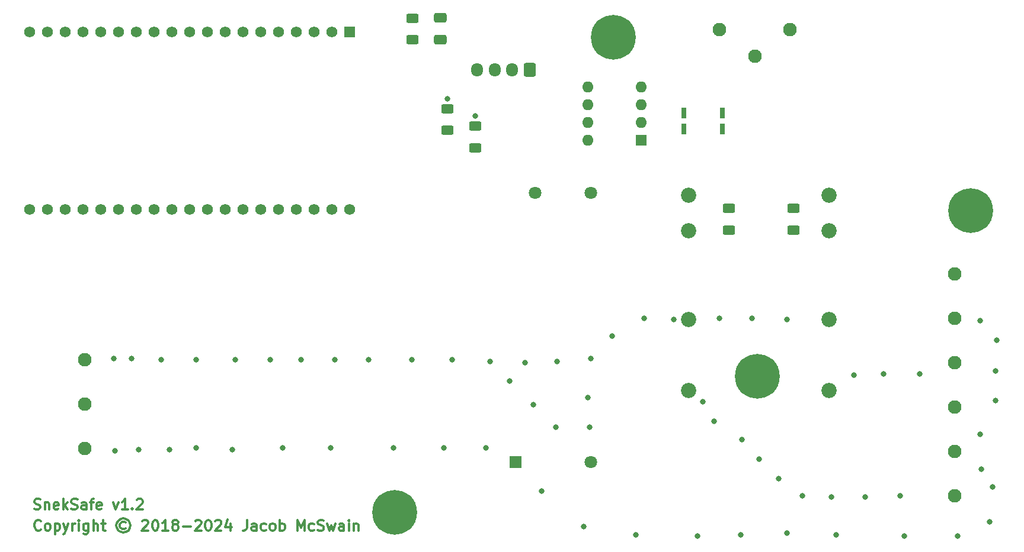
<source format=gts>
G04 #@! TF.GenerationSoftware,KiCad,Pcbnew,8.0.1*
G04 #@! TF.CreationDate,2024-04-01T00:43:30-05:00*
G04 #@! TF.ProjectId,sneksafe,736e656b-7361-4666-952e-6b696361645f,rev?*
G04 #@! TF.SameCoordinates,Original*
G04 #@! TF.FileFunction,Soldermask,Top*
G04 #@! TF.FilePolarity,Negative*
%FSLAX46Y46*%
G04 Gerber Fmt 4.6, Leading zero omitted, Abs format (unit mm)*
G04 Created by KiCad (PCBNEW 8.0.1) date 2024-04-01 00:43:30*
%MOMM*%
%LPD*%
G01*
G04 APERTURE LIST*
G04 Aperture macros list*
%AMRoundRect*
0 Rectangle with rounded corners*
0 $1 Rounding radius*
0 $2 $3 $4 $5 $6 $7 $8 $9 X,Y pos of 4 corners*
0 Add a 4 corners polygon primitive as box body*
4,1,4,$2,$3,$4,$5,$6,$7,$8,$9,$2,$3,0*
0 Add four circle primitives for the rounded corners*
1,1,$1+$1,$2,$3*
1,1,$1+$1,$4,$5*
1,1,$1+$1,$6,$7*
1,1,$1+$1,$8,$9*
0 Add four rect primitives between the rounded corners*
20,1,$1+$1,$2,$3,$4,$5,0*
20,1,$1+$1,$4,$5,$6,$7,0*
20,1,$1+$1,$6,$7,$8,$9,0*
20,1,$1+$1,$8,$9,$2,$3,0*%
G04 Aperture macros list end*
%ADD10C,0.300000*%
%ADD11RoundRect,0.250000X0.625000X-0.400000X0.625000X0.400000X-0.625000X0.400000X-0.625000X-0.400000X0*%
%ADD12R,1.560000X1.560000*%
%ADD13C,1.560000*%
%ADD14RoundRect,0.250000X-0.625000X0.400000X-0.625000X-0.400000X0.625000X-0.400000X0.625000X0.400000X0*%
%ADD15C,0.800000*%
%ADD16C,6.400000*%
%ADD17C,1.950000*%
%ADD18R,1.600000X1.600000*%
%ADD19O,1.600000X1.600000*%
%ADD20R,1.800000X1.800000*%
%ADD21C,1.800000*%
%ADD22R,0.700000X1.600000*%
%ADD23RoundRect,0.250000X0.600000X0.725000X-0.600000X0.725000X-0.600000X-0.725000X0.600000X-0.725000X0*%
%ADD24O,1.700000X1.950000*%
%ADD25C,2.175000*%
%ADD26RoundRect,0.250000X-0.650000X0.412500X-0.650000X-0.412500X0.650000X-0.412500X0.650000X0.412500X0*%
G04 APERTURE END LIST*
D10*
X84411653Y-141657971D02*
X84340225Y-141729400D01*
X84340225Y-141729400D02*
X84125939Y-141800828D01*
X84125939Y-141800828D02*
X83983082Y-141800828D01*
X83983082Y-141800828D02*
X83768796Y-141729400D01*
X83768796Y-141729400D02*
X83625939Y-141586542D01*
X83625939Y-141586542D02*
X83554510Y-141443685D01*
X83554510Y-141443685D02*
X83483082Y-141157971D01*
X83483082Y-141157971D02*
X83483082Y-140943685D01*
X83483082Y-140943685D02*
X83554510Y-140657971D01*
X83554510Y-140657971D02*
X83625939Y-140515114D01*
X83625939Y-140515114D02*
X83768796Y-140372257D01*
X83768796Y-140372257D02*
X83983082Y-140300828D01*
X83983082Y-140300828D02*
X84125939Y-140300828D01*
X84125939Y-140300828D02*
X84340225Y-140372257D01*
X84340225Y-140372257D02*
X84411653Y-140443685D01*
X85268796Y-141800828D02*
X85125939Y-141729400D01*
X85125939Y-141729400D02*
X85054510Y-141657971D01*
X85054510Y-141657971D02*
X84983082Y-141515114D01*
X84983082Y-141515114D02*
X84983082Y-141086542D01*
X84983082Y-141086542D02*
X85054510Y-140943685D01*
X85054510Y-140943685D02*
X85125939Y-140872257D01*
X85125939Y-140872257D02*
X85268796Y-140800828D01*
X85268796Y-140800828D02*
X85483082Y-140800828D01*
X85483082Y-140800828D02*
X85625939Y-140872257D01*
X85625939Y-140872257D02*
X85697368Y-140943685D01*
X85697368Y-140943685D02*
X85768796Y-141086542D01*
X85768796Y-141086542D02*
X85768796Y-141515114D01*
X85768796Y-141515114D02*
X85697368Y-141657971D01*
X85697368Y-141657971D02*
X85625939Y-141729400D01*
X85625939Y-141729400D02*
X85483082Y-141800828D01*
X85483082Y-141800828D02*
X85268796Y-141800828D01*
X86411653Y-140800828D02*
X86411653Y-142300828D01*
X86411653Y-140872257D02*
X86554511Y-140800828D01*
X86554511Y-140800828D02*
X86840225Y-140800828D01*
X86840225Y-140800828D02*
X86983082Y-140872257D01*
X86983082Y-140872257D02*
X87054511Y-140943685D01*
X87054511Y-140943685D02*
X87125939Y-141086542D01*
X87125939Y-141086542D02*
X87125939Y-141515114D01*
X87125939Y-141515114D02*
X87054511Y-141657971D01*
X87054511Y-141657971D02*
X86983082Y-141729400D01*
X86983082Y-141729400D02*
X86840225Y-141800828D01*
X86840225Y-141800828D02*
X86554511Y-141800828D01*
X86554511Y-141800828D02*
X86411653Y-141729400D01*
X87625939Y-140800828D02*
X87983082Y-141800828D01*
X88340225Y-140800828D02*
X87983082Y-141800828D01*
X87983082Y-141800828D02*
X87840225Y-142157971D01*
X87840225Y-142157971D02*
X87768796Y-142229400D01*
X87768796Y-142229400D02*
X87625939Y-142300828D01*
X88911653Y-141800828D02*
X88911653Y-140800828D01*
X88911653Y-141086542D02*
X88983082Y-140943685D01*
X88983082Y-140943685D02*
X89054511Y-140872257D01*
X89054511Y-140872257D02*
X89197368Y-140800828D01*
X89197368Y-140800828D02*
X89340225Y-140800828D01*
X89840224Y-141800828D02*
X89840224Y-140800828D01*
X89840224Y-140300828D02*
X89768796Y-140372257D01*
X89768796Y-140372257D02*
X89840224Y-140443685D01*
X89840224Y-140443685D02*
X89911653Y-140372257D01*
X89911653Y-140372257D02*
X89840224Y-140300828D01*
X89840224Y-140300828D02*
X89840224Y-140443685D01*
X91197368Y-140800828D02*
X91197368Y-142015114D01*
X91197368Y-142015114D02*
X91125939Y-142157971D01*
X91125939Y-142157971D02*
X91054510Y-142229400D01*
X91054510Y-142229400D02*
X90911653Y-142300828D01*
X90911653Y-142300828D02*
X90697368Y-142300828D01*
X90697368Y-142300828D02*
X90554510Y-142229400D01*
X91197368Y-141729400D02*
X91054510Y-141800828D01*
X91054510Y-141800828D02*
X90768796Y-141800828D01*
X90768796Y-141800828D02*
X90625939Y-141729400D01*
X90625939Y-141729400D02*
X90554510Y-141657971D01*
X90554510Y-141657971D02*
X90483082Y-141515114D01*
X90483082Y-141515114D02*
X90483082Y-141086542D01*
X90483082Y-141086542D02*
X90554510Y-140943685D01*
X90554510Y-140943685D02*
X90625939Y-140872257D01*
X90625939Y-140872257D02*
X90768796Y-140800828D01*
X90768796Y-140800828D02*
X91054510Y-140800828D01*
X91054510Y-140800828D02*
X91197368Y-140872257D01*
X91911653Y-141800828D02*
X91911653Y-140300828D01*
X92554511Y-141800828D02*
X92554511Y-141015114D01*
X92554511Y-141015114D02*
X92483082Y-140872257D01*
X92483082Y-140872257D02*
X92340225Y-140800828D01*
X92340225Y-140800828D02*
X92125939Y-140800828D01*
X92125939Y-140800828D02*
X91983082Y-140872257D01*
X91983082Y-140872257D02*
X91911653Y-140943685D01*
X93054511Y-140800828D02*
X93625939Y-140800828D01*
X93268796Y-140300828D02*
X93268796Y-141586542D01*
X93268796Y-141586542D02*
X93340225Y-141729400D01*
X93340225Y-141729400D02*
X93483082Y-141800828D01*
X93483082Y-141800828D02*
X93625939Y-141800828D01*
X96483082Y-140657971D02*
X96340225Y-140586542D01*
X96340225Y-140586542D02*
X96054511Y-140586542D01*
X96054511Y-140586542D02*
X95911654Y-140657971D01*
X95911654Y-140657971D02*
X95768796Y-140800828D01*
X95768796Y-140800828D02*
X95697368Y-140943685D01*
X95697368Y-140943685D02*
X95697368Y-141229400D01*
X95697368Y-141229400D02*
X95768796Y-141372257D01*
X95768796Y-141372257D02*
X95911654Y-141515114D01*
X95911654Y-141515114D02*
X96054511Y-141586542D01*
X96054511Y-141586542D02*
X96340225Y-141586542D01*
X96340225Y-141586542D02*
X96483082Y-141515114D01*
X96197368Y-140086542D02*
X95840225Y-140157971D01*
X95840225Y-140157971D02*
X95483082Y-140372257D01*
X95483082Y-140372257D02*
X95268796Y-140729400D01*
X95268796Y-140729400D02*
X95197368Y-141086542D01*
X95197368Y-141086542D02*
X95268796Y-141443685D01*
X95268796Y-141443685D02*
X95483082Y-141800828D01*
X95483082Y-141800828D02*
X95840225Y-142015114D01*
X95840225Y-142015114D02*
X96197368Y-142086542D01*
X96197368Y-142086542D02*
X96554511Y-142015114D01*
X96554511Y-142015114D02*
X96911654Y-141800828D01*
X96911654Y-141800828D02*
X97125939Y-141443685D01*
X97125939Y-141443685D02*
X97197368Y-141086542D01*
X97197368Y-141086542D02*
X97125939Y-140729400D01*
X97125939Y-140729400D02*
X96911654Y-140372257D01*
X96911654Y-140372257D02*
X96554511Y-140157971D01*
X96554511Y-140157971D02*
X96197368Y-140086542D01*
X98911654Y-140443685D02*
X98983082Y-140372257D01*
X98983082Y-140372257D02*
X99125940Y-140300828D01*
X99125940Y-140300828D02*
X99483082Y-140300828D01*
X99483082Y-140300828D02*
X99625940Y-140372257D01*
X99625940Y-140372257D02*
X99697368Y-140443685D01*
X99697368Y-140443685D02*
X99768797Y-140586542D01*
X99768797Y-140586542D02*
X99768797Y-140729400D01*
X99768797Y-140729400D02*
X99697368Y-140943685D01*
X99697368Y-140943685D02*
X98840225Y-141800828D01*
X98840225Y-141800828D02*
X99768797Y-141800828D01*
X100697368Y-140300828D02*
X100840225Y-140300828D01*
X100840225Y-140300828D02*
X100983082Y-140372257D01*
X100983082Y-140372257D02*
X101054511Y-140443685D01*
X101054511Y-140443685D02*
X101125939Y-140586542D01*
X101125939Y-140586542D02*
X101197368Y-140872257D01*
X101197368Y-140872257D02*
X101197368Y-141229400D01*
X101197368Y-141229400D02*
X101125939Y-141515114D01*
X101125939Y-141515114D02*
X101054511Y-141657971D01*
X101054511Y-141657971D02*
X100983082Y-141729400D01*
X100983082Y-141729400D02*
X100840225Y-141800828D01*
X100840225Y-141800828D02*
X100697368Y-141800828D01*
X100697368Y-141800828D02*
X100554511Y-141729400D01*
X100554511Y-141729400D02*
X100483082Y-141657971D01*
X100483082Y-141657971D02*
X100411653Y-141515114D01*
X100411653Y-141515114D02*
X100340225Y-141229400D01*
X100340225Y-141229400D02*
X100340225Y-140872257D01*
X100340225Y-140872257D02*
X100411653Y-140586542D01*
X100411653Y-140586542D02*
X100483082Y-140443685D01*
X100483082Y-140443685D02*
X100554511Y-140372257D01*
X100554511Y-140372257D02*
X100697368Y-140300828D01*
X102625939Y-141800828D02*
X101768796Y-141800828D01*
X102197367Y-141800828D02*
X102197367Y-140300828D01*
X102197367Y-140300828D02*
X102054510Y-140515114D01*
X102054510Y-140515114D02*
X101911653Y-140657971D01*
X101911653Y-140657971D02*
X101768796Y-140729400D01*
X103483081Y-140943685D02*
X103340224Y-140872257D01*
X103340224Y-140872257D02*
X103268795Y-140800828D01*
X103268795Y-140800828D02*
X103197367Y-140657971D01*
X103197367Y-140657971D02*
X103197367Y-140586542D01*
X103197367Y-140586542D02*
X103268795Y-140443685D01*
X103268795Y-140443685D02*
X103340224Y-140372257D01*
X103340224Y-140372257D02*
X103483081Y-140300828D01*
X103483081Y-140300828D02*
X103768795Y-140300828D01*
X103768795Y-140300828D02*
X103911653Y-140372257D01*
X103911653Y-140372257D02*
X103983081Y-140443685D01*
X103983081Y-140443685D02*
X104054510Y-140586542D01*
X104054510Y-140586542D02*
X104054510Y-140657971D01*
X104054510Y-140657971D02*
X103983081Y-140800828D01*
X103983081Y-140800828D02*
X103911653Y-140872257D01*
X103911653Y-140872257D02*
X103768795Y-140943685D01*
X103768795Y-140943685D02*
X103483081Y-140943685D01*
X103483081Y-140943685D02*
X103340224Y-141015114D01*
X103340224Y-141015114D02*
X103268795Y-141086542D01*
X103268795Y-141086542D02*
X103197367Y-141229400D01*
X103197367Y-141229400D02*
X103197367Y-141515114D01*
X103197367Y-141515114D02*
X103268795Y-141657971D01*
X103268795Y-141657971D02*
X103340224Y-141729400D01*
X103340224Y-141729400D02*
X103483081Y-141800828D01*
X103483081Y-141800828D02*
X103768795Y-141800828D01*
X103768795Y-141800828D02*
X103911653Y-141729400D01*
X103911653Y-141729400D02*
X103983081Y-141657971D01*
X103983081Y-141657971D02*
X104054510Y-141515114D01*
X104054510Y-141515114D02*
X104054510Y-141229400D01*
X104054510Y-141229400D02*
X103983081Y-141086542D01*
X103983081Y-141086542D02*
X103911653Y-141015114D01*
X103911653Y-141015114D02*
X103768795Y-140943685D01*
X104697366Y-141229400D02*
X105840224Y-141229400D01*
X106483081Y-140443685D02*
X106554509Y-140372257D01*
X106554509Y-140372257D02*
X106697367Y-140300828D01*
X106697367Y-140300828D02*
X107054509Y-140300828D01*
X107054509Y-140300828D02*
X107197367Y-140372257D01*
X107197367Y-140372257D02*
X107268795Y-140443685D01*
X107268795Y-140443685D02*
X107340224Y-140586542D01*
X107340224Y-140586542D02*
X107340224Y-140729400D01*
X107340224Y-140729400D02*
X107268795Y-140943685D01*
X107268795Y-140943685D02*
X106411652Y-141800828D01*
X106411652Y-141800828D02*
X107340224Y-141800828D01*
X108268795Y-140300828D02*
X108411652Y-140300828D01*
X108411652Y-140300828D02*
X108554509Y-140372257D01*
X108554509Y-140372257D02*
X108625938Y-140443685D01*
X108625938Y-140443685D02*
X108697366Y-140586542D01*
X108697366Y-140586542D02*
X108768795Y-140872257D01*
X108768795Y-140872257D02*
X108768795Y-141229400D01*
X108768795Y-141229400D02*
X108697366Y-141515114D01*
X108697366Y-141515114D02*
X108625938Y-141657971D01*
X108625938Y-141657971D02*
X108554509Y-141729400D01*
X108554509Y-141729400D02*
X108411652Y-141800828D01*
X108411652Y-141800828D02*
X108268795Y-141800828D01*
X108268795Y-141800828D02*
X108125938Y-141729400D01*
X108125938Y-141729400D02*
X108054509Y-141657971D01*
X108054509Y-141657971D02*
X107983080Y-141515114D01*
X107983080Y-141515114D02*
X107911652Y-141229400D01*
X107911652Y-141229400D02*
X107911652Y-140872257D01*
X107911652Y-140872257D02*
X107983080Y-140586542D01*
X107983080Y-140586542D02*
X108054509Y-140443685D01*
X108054509Y-140443685D02*
X108125938Y-140372257D01*
X108125938Y-140372257D02*
X108268795Y-140300828D01*
X109340223Y-140443685D02*
X109411651Y-140372257D01*
X109411651Y-140372257D02*
X109554509Y-140300828D01*
X109554509Y-140300828D02*
X109911651Y-140300828D01*
X109911651Y-140300828D02*
X110054509Y-140372257D01*
X110054509Y-140372257D02*
X110125937Y-140443685D01*
X110125937Y-140443685D02*
X110197366Y-140586542D01*
X110197366Y-140586542D02*
X110197366Y-140729400D01*
X110197366Y-140729400D02*
X110125937Y-140943685D01*
X110125937Y-140943685D02*
X109268794Y-141800828D01*
X109268794Y-141800828D02*
X110197366Y-141800828D01*
X111483080Y-140800828D02*
X111483080Y-141800828D01*
X111125937Y-140229400D02*
X110768794Y-141300828D01*
X110768794Y-141300828D02*
X111697365Y-141300828D01*
X113840222Y-140300828D02*
X113840222Y-141372257D01*
X113840222Y-141372257D02*
X113768793Y-141586542D01*
X113768793Y-141586542D02*
X113625936Y-141729400D01*
X113625936Y-141729400D02*
X113411650Y-141800828D01*
X113411650Y-141800828D02*
X113268793Y-141800828D01*
X115197365Y-141800828D02*
X115197365Y-141015114D01*
X115197365Y-141015114D02*
X115125936Y-140872257D01*
X115125936Y-140872257D02*
X114983079Y-140800828D01*
X114983079Y-140800828D02*
X114697365Y-140800828D01*
X114697365Y-140800828D02*
X114554507Y-140872257D01*
X115197365Y-141729400D02*
X115054507Y-141800828D01*
X115054507Y-141800828D02*
X114697365Y-141800828D01*
X114697365Y-141800828D02*
X114554507Y-141729400D01*
X114554507Y-141729400D02*
X114483079Y-141586542D01*
X114483079Y-141586542D02*
X114483079Y-141443685D01*
X114483079Y-141443685D02*
X114554507Y-141300828D01*
X114554507Y-141300828D02*
X114697365Y-141229400D01*
X114697365Y-141229400D02*
X115054507Y-141229400D01*
X115054507Y-141229400D02*
X115197365Y-141157971D01*
X116554508Y-141729400D02*
X116411650Y-141800828D01*
X116411650Y-141800828D02*
X116125936Y-141800828D01*
X116125936Y-141800828D02*
X115983079Y-141729400D01*
X115983079Y-141729400D02*
X115911650Y-141657971D01*
X115911650Y-141657971D02*
X115840222Y-141515114D01*
X115840222Y-141515114D02*
X115840222Y-141086542D01*
X115840222Y-141086542D02*
X115911650Y-140943685D01*
X115911650Y-140943685D02*
X115983079Y-140872257D01*
X115983079Y-140872257D02*
X116125936Y-140800828D01*
X116125936Y-140800828D02*
X116411650Y-140800828D01*
X116411650Y-140800828D02*
X116554508Y-140872257D01*
X117411650Y-141800828D02*
X117268793Y-141729400D01*
X117268793Y-141729400D02*
X117197364Y-141657971D01*
X117197364Y-141657971D02*
X117125936Y-141515114D01*
X117125936Y-141515114D02*
X117125936Y-141086542D01*
X117125936Y-141086542D02*
X117197364Y-140943685D01*
X117197364Y-140943685D02*
X117268793Y-140872257D01*
X117268793Y-140872257D02*
X117411650Y-140800828D01*
X117411650Y-140800828D02*
X117625936Y-140800828D01*
X117625936Y-140800828D02*
X117768793Y-140872257D01*
X117768793Y-140872257D02*
X117840222Y-140943685D01*
X117840222Y-140943685D02*
X117911650Y-141086542D01*
X117911650Y-141086542D02*
X117911650Y-141515114D01*
X117911650Y-141515114D02*
X117840222Y-141657971D01*
X117840222Y-141657971D02*
X117768793Y-141729400D01*
X117768793Y-141729400D02*
X117625936Y-141800828D01*
X117625936Y-141800828D02*
X117411650Y-141800828D01*
X118554507Y-141800828D02*
X118554507Y-140300828D01*
X118554507Y-140872257D02*
X118697365Y-140800828D01*
X118697365Y-140800828D02*
X118983079Y-140800828D01*
X118983079Y-140800828D02*
X119125936Y-140872257D01*
X119125936Y-140872257D02*
X119197365Y-140943685D01*
X119197365Y-140943685D02*
X119268793Y-141086542D01*
X119268793Y-141086542D02*
X119268793Y-141515114D01*
X119268793Y-141515114D02*
X119197365Y-141657971D01*
X119197365Y-141657971D02*
X119125936Y-141729400D01*
X119125936Y-141729400D02*
X118983079Y-141800828D01*
X118983079Y-141800828D02*
X118697365Y-141800828D01*
X118697365Y-141800828D02*
X118554507Y-141729400D01*
X121054507Y-141800828D02*
X121054507Y-140300828D01*
X121054507Y-140300828D02*
X121554507Y-141372257D01*
X121554507Y-141372257D02*
X122054507Y-140300828D01*
X122054507Y-140300828D02*
X122054507Y-141800828D01*
X123411651Y-141729400D02*
X123268793Y-141800828D01*
X123268793Y-141800828D02*
X122983079Y-141800828D01*
X122983079Y-141800828D02*
X122840222Y-141729400D01*
X122840222Y-141729400D02*
X122768793Y-141657971D01*
X122768793Y-141657971D02*
X122697365Y-141515114D01*
X122697365Y-141515114D02*
X122697365Y-141086542D01*
X122697365Y-141086542D02*
X122768793Y-140943685D01*
X122768793Y-140943685D02*
X122840222Y-140872257D01*
X122840222Y-140872257D02*
X122983079Y-140800828D01*
X122983079Y-140800828D02*
X123268793Y-140800828D01*
X123268793Y-140800828D02*
X123411651Y-140872257D01*
X123983079Y-141729400D02*
X124197365Y-141800828D01*
X124197365Y-141800828D02*
X124554507Y-141800828D01*
X124554507Y-141800828D02*
X124697365Y-141729400D01*
X124697365Y-141729400D02*
X124768793Y-141657971D01*
X124768793Y-141657971D02*
X124840222Y-141515114D01*
X124840222Y-141515114D02*
X124840222Y-141372257D01*
X124840222Y-141372257D02*
X124768793Y-141229400D01*
X124768793Y-141229400D02*
X124697365Y-141157971D01*
X124697365Y-141157971D02*
X124554507Y-141086542D01*
X124554507Y-141086542D02*
X124268793Y-141015114D01*
X124268793Y-141015114D02*
X124125936Y-140943685D01*
X124125936Y-140943685D02*
X124054507Y-140872257D01*
X124054507Y-140872257D02*
X123983079Y-140729400D01*
X123983079Y-140729400D02*
X123983079Y-140586542D01*
X123983079Y-140586542D02*
X124054507Y-140443685D01*
X124054507Y-140443685D02*
X124125936Y-140372257D01*
X124125936Y-140372257D02*
X124268793Y-140300828D01*
X124268793Y-140300828D02*
X124625936Y-140300828D01*
X124625936Y-140300828D02*
X124840222Y-140372257D01*
X125340221Y-140800828D02*
X125625936Y-141800828D01*
X125625936Y-141800828D02*
X125911650Y-141086542D01*
X125911650Y-141086542D02*
X126197364Y-141800828D01*
X126197364Y-141800828D02*
X126483078Y-140800828D01*
X127697365Y-141800828D02*
X127697365Y-141015114D01*
X127697365Y-141015114D02*
X127625936Y-140872257D01*
X127625936Y-140872257D02*
X127483079Y-140800828D01*
X127483079Y-140800828D02*
X127197365Y-140800828D01*
X127197365Y-140800828D02*
X127054507Y-140872257D01*
X127697365Y-141729400D02*
X127554507Y-141800828D01*
X127554507Y-141800828D02*
X127197365Y-141800828D01*
X127197365Y-141800828D02*
X127054507Y-141729400D01*
X127054507Y-141729400D02*
X126983079Y-141586542D01*
X126983079Y-141586542D02*
X126983079Y-141443685D01*
X126983079Y-141443685D02*
X127054507Y-141300828D01*
X127054507Y-141300828D02*
X127197365Y-141229400D01*
X127197365Y-141229400D02*
X127554507Y-141229400D01*
X127554507Y-141229400D02*
X127697365Y-141157971D01*
X128411650Y-141800828D02*
X128411650Y-140800828D01*
X128411650Y-140300828D02*
X128340222Y-140372257D01*
X128340222Y-140372257D02*
X128411650Y-140443685D01*
X128411650Y-140443685D02*
X128483079Y-140372257D01*
X128483079Y-140372257D02*
X128411650Y-140300828D01*
X128411650Y-140300828D02*
X128411650Y-140443685D01*
X129125936Y-140800828D02*
X129125936Y-141800828D01*
X129125936Y-140943685D02*
X129197365Y-140872257D01*
X129197365Y-140872257D02*
X129340222Y-140800828D01*
X129340222Y-140800828D02*
X129554508Y-140800828D01*
X129554508Y-140800828D02*
X129697365Y-140872257D01*
X129697365Y-140872257D02*
X129768794Y-141015114D01*
X129768794Y-141015114D02*
X129768794Y-141800828D01*
X83483082Y-138729400D02*
X83697368Y-138800828D01*
X83697368Y-138800828D02*
X84054510Y-138800828D01*
X84054510Y-138800828D02*
X84197368Y-138729400D01*
X84197368Y-138729400D02*
X84268796Y-138657971D01*
X84268796Y-138657971D02*
X84340225Y-138515114D01*
X84340225Y-138515114D02*
X84340225Y-138372257D01*
X84340225Y-138372257D02*
X84268796Y-138229400D01*
X84268796Y-138229400D02*
X84197368Y-138157971D01*
X84197368Y-138157971D02*
X84054510Y-138086542D01*
X84054510Y-138086542D02*
X83768796Y-138015114D01*
X83768796Y-138015114D02*
X83625939Y-137943685D01*
X83625939Y-137943685D02*
X83554510Y-137872257D01*
X83554510Y-137872257D02*
X83483082Y-137729400D01*
X83483082Y-137729400D02*
X83483082Y-137586542D01*
X83483082Y-137586542D02*
X83554510Y-137443685D01*
X83554510Y-137443685D02*
X83625939Y-137372257D01*
X83625939Y-137372257D02*
X83768796Y-137300828D01*
X83768796Y-137300828D02*
X84125939Y-137300828D01*
X84125939Y-137300828D02*
X84340225Y-137372257D01*
X84983081Y-137800828D02*
X84983081Y-138800828D01*
X84983081Y-137943685D02*
X85054510Y-137872257D01*
X85054510Y-137872257D02*
X85197367Y-137800828D01*
X85197367Y-137800828D02*
X85411653Y-137800828D01*
X85411653Y-137800828D02*
X85554510Y-137872257D01*
X85554510Y-137872257D02*
X85625939Y-138015114D01*
X85625939Y-138015114D02*
X85625939Y-138800828D01*
X86911653Y-138729400D02*
X86768796Y-138800828D01*
X86768796Y-138800828D02*
X86483082Y-138800828D01*
X86483082Y-138800828D02*
X86340224Y-138729400D01*
X86340224Y-138729400D02*
X86268796Y-138586542D01*
X86268796Y-138586542D02*
X86268796Y-138015114D01*
X86268796Y-138015114D02*
X86340224Y-137872257D01*
X86340224Y-137872257D02*
X86483082Y-137800828D01*
X86483082Y-137800828D02*
X86768796Y-137800828D01*
X86768796Y-137800828D02*
X86911653Y-137872257D01*
X86911653Y-137872257D02*
X86983082Y-138015114D01*
X86983082Y-138015114D02*
X86983082Y-138157971D01*
X86983082Y-138157971D02*
X86268796Y-138300828D01*
X87625938Y-138800828D02*
X87625938Y-137300828D01*
X87768796Y-138229400D02*
X88197367Y-138800828D01*
X88197367Y-137800828D02*
X87625938Y-138372257D01*
X88768796Y-138729400D02*
X88983082Y-138800828D01*
X88983082Y-138800828D02*
X89340224Y-138800828D01*
X89340224Y-138800828D02*
X89483082Y-138729400D01*
X89483082Y-138729400D02*
X89554510Y-138657971D01*
X89554510Y-138657971D02*
X89625939Y-138515114D01*
X89625939Y-138515114D02*
X89625939Y-138372257D01*
X89625939Y-138372257D02*
X89554510Y-138229400D01*
X89554510Y-138229400D02*
X89483082Y-138157971D01*
X89483082Y-138157971D02*
X89340224Y-138086542D01*
X89340224Y-138086542D02*
X89054510Y-138015114D01*
X89054510Y-138015114D02*
X88911653Y-137943685D01*
X88911653Y-137943685D02*
X88840224Y-137872257D01*
X88840224Y-137872257D02*
X88768796Y-137729400D01*
X88768796Y-137729400D02*
X88768796Y-137586542D01*
X88768796Y-137586542D02*
X88840224Y-137443685D01*
X88840224Y-137443685D02*
X88911653Y-137372257D01*
X88911653Y-137372257D02*
X89054510Y-137300828D01*
X89054510Y-137300828D02*
X89411653Y-137300828D01*
X89411653Y-137300828D02*
X89625939Y-137372257D01*
X90911653Y-138800828D02*
X90911653Y-138015114D01*
X90911653Y-138015114D02*
X90840224Y-137872257D01*
X90840224Y-137872257D02*
X90697367Y-137800828D01*
X90697367Y-137800828D02*
X90411653Y-137800828D01*
X90411653Y-137800828D02*
X90268795Y-137872257D01*
X90911653Y-138729400D02*
X90768795Y-138800828D01*
X90768795Y-138800828D02*
X90411653Y-138800828D01*
X90411653Y-138800828D02*
X90268795Y-138729400D01*
X90268795Y-138729400D02*
X90197367Y-138586542D01*
X90197367Y-138586542D02*
X90197367Y-138443685D01*
X90197367Y-138443685D02*
X90268795Y-138300828D01*
X90268795Y-138300828D02*
X90411653Y-138229400D01*
X90411653Y-138229400D02*
X90768795Y-138229400D01*
X90768795Y-138229400D02*
X90911653Y-138157971D01*
X91411653Y-137800828D02*
X91983081Y-137800828D01*
X91625938Y-138800828D02*
X91625938Y-137515114D01*
X91625938Y-137515114D02*
X91697367Y-137372257D01*
X91697367Y-137372257D02*
X91840224Y-137300828D01*
X91840224Y-137300828D02*
X91983081Y-137300828D01*
X93054510Y-138729400D02*
X92911653Y-138800828D01*
X92911653Y-138800828D02*
X92625939Y-138800828D01*
X92625939Y-138800828D02*
X92483081Y-138729400D01*
X92483081Y-138729400D02*
X92411653Y-138586542D01*
X92411653Y-138586542D02*
X92411653Y-138015114D01*
X92411653Y-138015114D02*
X92483081Y-137872257D01*
X92483081Y-137872257D02*
X92625939Y-137800828D01*
X92625939Y-137800828D02*
X92911653Y-137800828D01*
X92911653Y-137800828D02*
X93054510Y-137872257D01*
X93054510Y-137872257D02*
X93125939Y-138015114D01*
X93125939Y-138015114D02*
X93125939Y-138157971D01*
X93125939Y-138157971D02*
X92411653Y-138300828D01*
X94768795Y-137800828D02*
X95125938Y-138800828D01*
X95125938Y-138800828D02*
X95483081Y-137800828D01*
X96840224Y-138800828D02*
X95983081Y-138800828D01*
X96411652Y-138800828D02*
X96411652Y-137300828D01*
X96411652Y-137300828D02*
X96268795Y-137515114D01*
X96268795Y-137515114D02*
X96125938Y-137657971D01*
X96125938Y-137657971D02*
X95983081Y-137729400D01*
X97483080Y-138657971D02*
X97554509Y-138729400D01*
X97554509Y-138729400D02*
X97483080Y-138800828D01*
X97483080Y-138800828D02*
X97411652Y-138729400D01*
X97411652Y-138729400D02*
X97483080Y-138657971D01*
X97483080Y-138657971D02*
X97483080Y-138800828D01*
X98125938Y-137443685D02*
X98197366Y-137372257D01*
X98197366Y-137372257D02*
X98340224Y-137300828D01*
X98340224Y-137300828D02*
X98697366Y-137300828D01*
X98697366Y-137300828D02*
X98840224Y-137372257D01*
X98840224Y-137372257D02*
X98911652Y-137443685D01*
X98911652Y-137443685D02*
X98983081Y-137586542D01*
X98983081Y-137586542D02*
X98983081Y-137729400D01*
X98983081Y-137729400D02*
X98911652Y-137943685D01*
X98911652Y-137943685D02*
X98054509Y-138800828D01*
X98054509Y-138800828D02*
X98983081Y-138800828D01*
D11*
X142500000Y-84550000D03*
X142500000Y-81450000D03*
X146500000Y-87050000D03*
X146500000Y-83950000D03*
D12*
X128560000Y-70500000D03*
D13*
X126020000Y-70500000D03*
X123480000Y-70500000D03*
X120940000Y-70500000D03*
X118400000Y-70500000D03*
X115860000Y-70500000D03*
X113320000Y-70500000D03*
X110780000Y-70500000D03*
X108240000Y-70500000D03*
X105700000Y-70500000D03*
X103160000Y-70500000D03*
X100620000Y-70500000D03*
X98080000Y-70500000D03*
X95540000Y-70500000D03*
X93000000Y-70500000D03*
X90460000Y-70500000D03*
X87920000Y-70500000D03*
X85380000Y-70500000D03*
X82840000Y-70500000D03*
X128560000Y-95900000D03*
X126020000Y-95900000D03*
X123480000Y-95900000D03*
X120940000Y-95900000D03*
X118400000Y-95900000D03*
X115860000Y-95900000D03*
X113320000Y-95900000D03*
X110780000Y-95900000D03*
X108240000Y-95900000D03*
X105700000Y-95900000D03*
X103160000Y-95900000D03*
X100620000Y-95900000D03*
X98080000Y-95900000D03*
X95540000Y-95900000D03*
X93000000Y-95900000D03*
X90460000Y-95900000D03*
X87920000Y-95900000D03*
X85380000Y-95900000D03*
X82840000Y-95900000D03*
D14*
X137500000Y-68480000D03*
X137500000Y-71580000D03*
X191938500Y-95700000D03*
X191938500Y-98800000D03*
D15*
X184350000Y-119750000D03*
X185052944Y-118052944D03*
X185052944Y-121447056D03*
X186750000Y-117350000D03*
D16*
X186750000Y-119750000D03*
D15*
X186750000Y-122150000D03*
X188447056Y-118052944D03*
X188447056Y-121447056D03*
X189150000Y-119750000D03*
X214850000Y-96000000D03*
X215552944Y-94302944D03*
X215552944Y-97697056D03*
X217250000Y-93600000D03*
D16*
X217250000Y-96000000D03*
D15*
X217250000Y-98400000D03*
X218947056Y-94302944D03*
X218947056Y-97697056D03*
X219650000Y-96000000D03*
X163800000Y-71200000D03*
X164502944Y-69502944D03*
X164502944Y-72897056D03*
X166200000Y-68800000D03*
D16*
X166200000Y-71200000D03*
D15*
X166200000Y-73600000D03*
X167897056Y-69502944D03*
X167897056Y-72897056D03*
X168600000Y-71200000D03*
D17*
X215000000Y-136850000D03*
X215000000Y-130500000D03*
X215000000Y-124150000D03*
X215000000Y-117800000D03*
X215000000Y-111450000D03*
X215000000Y-105100000D03*
D18*
X170220000Y-85940000D03*
D19*
X170220000Y-83400000D03*
X170220000Y-80860000D03*
X170220000Y-78320000D03*
X162600000Y-78320000D03*
X162600000Y-80860000D03*
X162600000Y-83400000D03*
X162600000Y-85940000D03*
D20*
X152250000Y-132000000D03*
D21*
X163000000Y-132000000D03*
X163000000Y-93500000D03*
X155000000Y-93500000D03*
D14*
X182688500Y-95700000D03*
X182688500Y-98800000D03*
D22*
X176250000Y-84350000D03*
X181750000Y-84350000D03*
X181750000Y-82050000D03*
X176250000Y-82050000D03*
D15*
X132600000Y-139250000D03*
X133302944Y-137552944D03*
X133302944Y-140947056D03*
X135000000Y-136850000D03*
D16*
X135000000Y-139250000D03*
D15*
X135000000Y-141650000D03*
X136697056Y-137552944D03*
X136697056Y-140947056D03*
X137400000Y-139250000D03*
D23*
X154250000Y-75850000D03*
D24*
X151750000Y-75850000D03*
X149250000Y-75850000D03*
X146750000Y-75850000D03*
D25*
X177000000Y-121740000D03*
X177000000Y-111580000D03*
X177000000Y-98880000D03*
X177000000Y-93800000D03*
D26*
X141500000Y-68437500D03*
X141500000Y-71562500D03*
D17*
X90650000Y-117395000D03*
X90650000Y-123745000D03*
X90650000Y-130095000D03*
X181400000Y-70100000D03*
X186400000Y-73900000D03*
X191400000Y-70100000D03*
D25*
X197000000Y-121740000D03*
X197000000Y-111580000D03*
X197000000Y-98880000D03*
X197000000Y-93800000D03*
D15*
X207200000Y-136800000D03*
X193200000Y-136800000D03*
X202200000Y-137000000D03*
X180600000Y-126200000D03*
X189800000Y-134400000D03*
X184600000Y-128800000D03*
X187000000Y-131600000D03*
X179000000Y-123400000D03*
X197400000Y-137000000D03*
X94800000Y-117200000D03*
X148600000Y-117600000D03*
X126400000Y-117400000D03*
X170600000Y-111400000D03*
X131200000Y-117400000D03*
X137400000Y-117400000D03*
X154800000Y-123800000D03*
X106600000Y-117400000D03*
X158000000Y-127000000D03*
X158200000Y-117600000D03*
X97400000Y-117200000D03*
X153600000Y-117800000D03*
X143200000Y-117400000D03*
X151400000Y-120400000D03*
X121600000Y-117400000D03*
X162800000Y-127000000D03*
X186000000Y-111400000D03*
X166000000Y-114000000D03*
X101600000Y-117400000D03*
X117200000Y-117400000D03*
X112200000Y-117400000D03*
X162600000Y-122800000D03*
X163000000Y-117200000D03*
X191000000Y-111600000D03*
X174800000Y-111600000D03*
X181400000Y-111400000D03*
X204800000Y-119400000D03*
X210000000Y-119400000D03*
X200600000Y-119600000D03*
X218800000Y-133000000D03*
X142000000Y-130000000D03*
X191000000Y-142200000D03*
X220800000Y-119000000D03*
X198000000Y-142400000D03*
X218600000Y-128000000D03*
X148000000Y-130000000D03*
X106600000Y-130000000D03*
X102800000Y-130200000D03*
X220400000Y-135600000D03*
X125800000Y-130000000D03*
X218600000Y-111800000D03*
X220000000Y-140600000D03*
X134800000Y-130000000D03*
X119000000Y-130000000D03*
X98400000Y-130200000D03*
X178200000Y-142600000D03*
X95000000Y-130400000D03*
X207800000Y-142600000D03*
X220800000Y-123200000D03*
X215400000Y-142600000D03*
X184400000Y-142400000D03*
X221000000Y-114600000D03*
X156000000Y-136200000D03*
X169400000Y-142400000D03*
X162000000Y-141200000D03*
X111800000Y-130200000D03*
X142500000Y-80000000D03*
X146500000Y-82500000D03*
M02*

</source>
